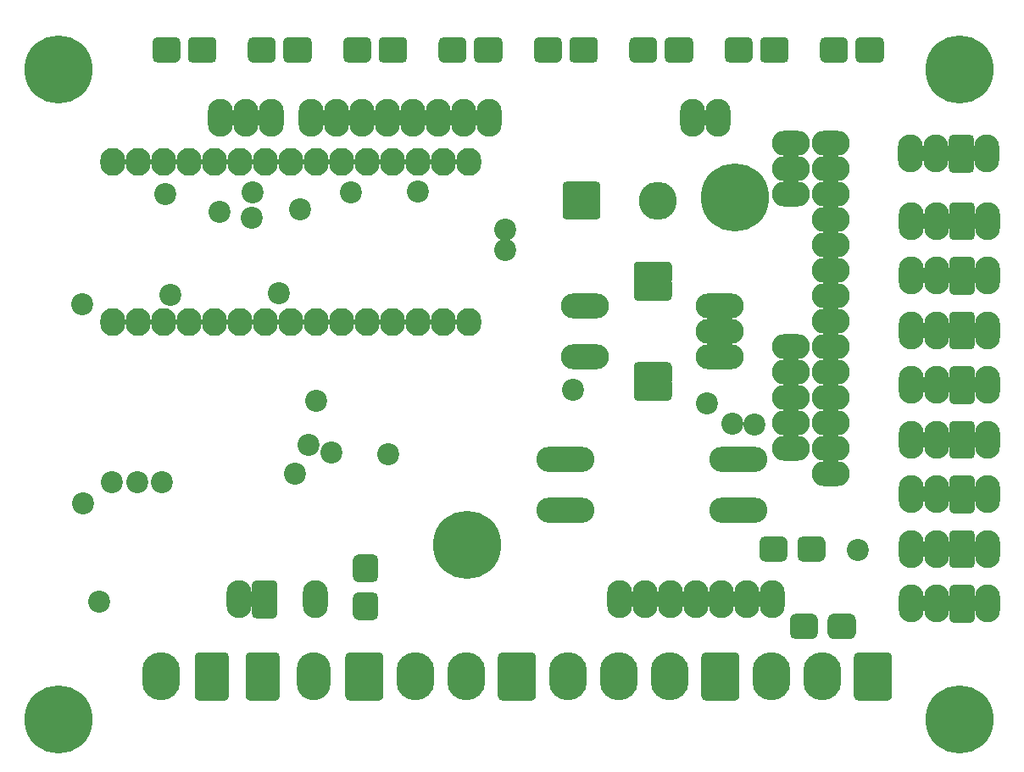
<source format=gbr>
%TF.GenerationSoftware,KiCad,Pcbnew,5.1.10*%
%TF.CreationDate,2021-09-04T21:06:35+02:00*%
%TF.ProjectId,Termostato-Diferencial-Mega,5465726d-6f73-4746-9174-6f2d44696665,rev?*%
%TF.SameCoordinates,PX9048090PY5896390*%
%TF.FileFunction,Soldermask,Top*%
%TF.FilePolarity,Negative*%
%FSLAX46Y46*%
G04 Gerber Fmt 4.6, Leading zero omitted, Abs format (unit mm)*
G04 Created by KiCad (PCBNEW 5.1.10) date 2021-09-04 21:06:35*
%MOMM*%
%LPD*%
G01*
G04 APERTURE LIST*
%ADD10O,2.500000X3.800000*%
%ADD11O,4.800000X2.500000*%
%ADD12O,3.800000X2.500000*%
%ADD13O,2.500000X2.800000*%
%ADD14C,6.800000*%
%ADD15O,3.800000X3.800000*%
%ADD16O,3.800000X4.800000*%
%ADD17O,3.400000X4.800000*%
%ADD18O,5.800000X2.527200*%
%ADD19C,2.200000*%
G04 APERTURE END LIST*
D10*
%TO.C,RELE-3-4*%
X40186400Y-15458900D03*
X42726400Y-15458900D03*
G36*
G01*
X46116400Y-17358900D02*
X44416400Y-17358900D01*
G75*
G02*
X44016400Y-16958900I0J400000D01*
G01*
X44016400Y-13958900D01*
G75*
G02*
X44416400Y-13558900I400000J0D01*
G01*
X46116400Y-13558900D01*
G75*
G02*
X46516400Y-13958900I0J-400000D01*
G01*
X46516400Y-16958900D01*
G75*
G02*
X46116400Y-17358900I-400000J0D01*
G01*
G37*
X47806400Y-15458900D03*
%TD*%
%TO.C,RELE-1-2*%
X40186400Y-20919900D03*
X42726400Y-20919900D03*
G36*
G01*
X46116400Y-22819900D02*
X44416400Y-22819900D01*
G75*
G02*
X44016400Y-22419900I0J400000D01*
G01*
X44016400Y-19419900D01*
G75*
G02*
X44416400Y-19019900I400000J0D01*
G01*
X46116400Y-19019900D01*
G75*
G02*
X46516400Y-19419900I0J-400000D01*
G01*
X46516400Y-22419900D01*
G75*
G02*
X46116400Y-22819900I-400000J0D01*
G01*
G37*
X47806400Y-20919900D03*
%TD*%
%TO.C,PINS5*%
X-2008800Y27603500D03*
X-4548800Y27603500D03*
X-7088800Y27603500D03*
X-9628800Y27603500D03*
X-12168800Y27603500D03*
X-14708800Y27603500D03*
X-17248800Y27603500D03*
X-19788800Y27603500D03*
%TD*%
%TO.C,RELE-5-6*%
X40186400Y-9997900D03*
X42726400Y-9997900D03*
G36*
G01*
X46116400Y-11897900D02*
X44416400Y-11897900D01*
G75*
G02*
X44016400Y-11497900I0J400000D01*
G01*
X44016400Y-8497900D01*
G75*
G02*
X44416400Y-8097900I400000J0D01*
G01*
X46116400Y-8097900D01*
G75*
G02*
X46516400Y-8497900I0J-400000D01*
G01*
X46516400Y-11497900D01*
G75*
G02*
X46116400Y-11897900I-400000J0D01*
G01*
G37*
X47806400Y-9997900D03*
%TD*%
D11*
%TO.C,SW1*%
X21036000Y3750100D03*
X21026000Y6300100D03*
X21026000Y8840100D03*
X7596000Y8840100D03*
X7596000Y3750100D03*
G36*
G01*
X16276000Y1250100D02*
X16276000Y-249900D01*
G75*
G02*
X15876000Y-649900I-400000J0D01*
G01*
X12876000Y-649900D01*
G75*
G02*
X12476000Y-249900I0J400000D01*
G01*
X12476000Y1250100D01*
G75*
G02*
X12876000Y1650100I400000J0D01*
G01*
X15876000Y1650100D01*
G75*
G02*
X16276000Y1250100I0J-400000D01*
G01*
G37*
G36*
G01*
X16276000Y12870100D02*
X16276000Y11370100D01*
G75*
G02*
X15876000Y10970100I-400000J0D01*
G01*
X12876000Y10970100D01*
G75*
G02*
X12476000Y11370100I0J400000D01*
G01*
X12476000Y12870100D01*
G75*
G02*
X12876000Y13270100I400000J0D01*
G01*
X15876000Y13270100D01*
G75*
G02*
X16276000Y12870100I0J-400000D01*
G01*
G37*
G36*
G01*
X16276000Y2830100D02*
X16276000Y1330100D01*
G75*
G02*
X15876000Y930100I-400000J0D01*
G01*
X12876000Y930100D01*
G75*
G02*
X12476000Y1330100I0J400000D01*
G01*
X12476000Y2830100D01*
G75*
G02*
X12876000Y3230100I400000J0D01*
G01*
X15876000Y3230100D01*
G75*
G02*
X16276000Y2830100I0J-400000D01*
G01*
G37*
G36*
G01*
X16276000Y11240100D02*
X16276000Y9740100D01*
G75*
G02*
X15876000Y9340100I-400000J0D01*
G01*
X12876000Y9340100D01*
G75*
G02*
X12476000Y9740100I0J400000D01*
G01*
X12476000Y11240100D01*
G75*
G02*
X12876000Y11640100I400000J0D01*
G01*
X15876000Y11640100D01*
G75*
G02*
X16276000Y11240100I0J-400000D01*
G01*
G37*
%TD*%
D10*
%TO.C,PINS3*%
X26291200Y-20481500D03*
X23751200Y-20481500D03*
X21211200Y-20481500D03*
X18671200Y-20481500D03*
X16131200Y-20481500D03*
X13591200Y-20481500D03*
X11051200Y-20481500D03*
%TD*%
%TO.C,PINS1*%
X-19308800Y-20481500D03*
G36*
G01*
X-25238800Y-18581500D02*
X-23538800Y-18581500D01*
G75*
G02*
X-23138800Y-18981500I0J-400000D01*
G01*
X-23138800Y-21981500D01*
G75*
G02*
X-23538800Y-22381500I-400000J0D01*
G01*
X-25238800Y-22381500D01*
G75*
G02*
X-25638800Y-21981500I0J400000D01*
G01*
X-25638800Y-18981500D01*
G75*
G02*
X-25238800Y-18581500I400000J0D01*
G01*
G37*
X-26928800Y-20481500D03*
%TD*%
%TO.C,RELE-7-8*%
X40186400Y-4536900D03*
X42726400Y-4536900D03*
G36*
G01*
X46116400Y-6436900D02*
X44416400Y-6436900D01*
G75*
G02*
X44016400Y-6036900I0J400000D01*
G01*
X44016400Y-3036900D01*
G75*
G02*
X44416400Y-2636900I400000J0D01*
G01*
X46116400Y-2636900D01*
G75*
G02*
X46516400Y-3036900I0J-400000D01*
G01*
X46516400Y-6036900D01*
G75*
G02*
X46116400Y-6436900I-400000J0D01*
G01*
G37*
X47806400Y-4536900D03*
%TD*%
%TO.C,RELE-9-10*%
X40186400Y924100D03*
X42726400Y924100D03*
G36*
G01*
X46116400Y-975900D02*
X44416400Y-975900D01*
G75*
G02*
X44016400Y-575900I0J400000D01*
G01*
X44016400Y2424100D01*
G75*
G02*
X44416400Y2824100I400000J0D01*
G01*
X46116400Y2824100D01*
G75*
G02*
X46516400Y2424100I0J-400000D01*
G01*
X46516400Y-575900D01*
G75*
G02*
X46116400Y-975900I-400000J0D01*
G01*
G37*
X47806400Y924100D03*
%TD*%
%TO.C,PANTALLA1*%
X47745400Y24037100D03*
G36*
G01*
X44355400Y25937100D02*
X46055400Y25937100D01*
G75*
G02*
X46455400Y25537100I0J-400000D01*
G01*
X46455400Y22537100D01*
G75*
G02*
X46055400Y22137100I-400000J0D01*
G01*
X44355400Y22137100D01*
G75*
G02*
X43955400Y22537100I0J400000D01*
G01*
X43955400Y25537100D01*
G75*
G02*
X44355400Y25937100I400000J0D01*
G01*
G37*
X42665400Y24037100D03*
X40125400Y24037100D03*
%TD*%
%TO.C,RELE-15-16*%
X40186400Y17307100D03*
X42726400Y17307100D03*
G36*
G01*
X46116400Y15407100D02*
X44416400Y15407100D01*
G75*
G02*
X44016400Y15807100I0J400000D01*
G01*
X44016400Y18807100D01*
G75*
G02*
X44416400Y19207100I400000J0D01*
G01*
X46116400Y19207100D01*
G75*
G02*
X46516400Y18807100I0J-400000D01*
G01*
X46516400Y15807100D01*
G75*
G02*
X46116400Y15407100I-400000J0D01*
G01*
G37*
X47806400Y17307100D03*
%TD*%
%TO.C,RELE-13-14*%
X40186400Y11846100D03*
X42726400Y11846100D03*
G36*
G01*
X46116400Y9946100D02*
X44416400Y9946100D01*
G75*
G02*
X44016400Y10346100I0J400000D01*
G01*
X44016400Y13346100D01*
G75*
G02*
X44416400Y13746100I400000J0D01*
G01*
X46116400Y13746100D01*
G75*
G02*
X46516400Y13346100I0J-400000D01*
G01*
X46516400Y10346100D01*
G75*
G02*
X46116400Y9946100I-400000J0D01*
G01*
G37*
X47806400Y11846100D03*
%TD*%
%TO.C,RELE-11-12*%
X40186400Y6385100D03*
X42726400Y6385100D03*
G36*
G01*
X46116400Y4485100D02*
X44416400Y4485100D01*
G75*
G02*
X44016400Y4885100I0J400000D01*
G01*
X44016400Y7885100D01*
G75*
G02*
X44416400Y8285100I400000J0D01*
G01*
X46116400Y8285100D01*
G75*
G02*
X46516400Y7885100I0J-400000D01*
G01*
X46516400Y4885100D01*
G75*
G02*
X46116400Y4485100I-400000J0D01*
G01*
G37*
X47806400Y6385100D03*
%TD*%
D12*
%TO.C,PIN10*%
X32110000Y-7910000D03*
X28170000Y-5370000D03*
X32110000Y-5370000D03*
X28170000Y-2830000D03*
X32110000Y-2830000D03*
X28170000Y-290000D03*
X32110000Y-290000D03*
X28170000Y2250000D03*
X32110000Y2250000D03*
X28170000Y4790000D03*
X32110000Y4790000D03*
X32110000Y7330000D03*
X32110000Y9870000D03*
X32110000Y12410000D03*
X32110000Y14950000D03*
X32110000Y17490000D03*
X32110000Y20030000D03*
X28170000Y22570000D03*
X32110000Y22570000D03*
X28170000Y25110000D03*
X32110000Y25110000D03*
X28170000Y20030000D03*
%TD*%
D10*
%TO.C,PINS6*%
X20861200Y27603500D03*
X18321200Y27603500D03*
%TD*%
D13*
%TO.C,P2*%
X-3978800Y7240500D03*
X-6518800Y7240500D03*
X-9058800Y7240500D03*
X-11598800Y7240500D03*
X-14138800Y7240500D03*
X-16678800Y7240500D03*
X-19218800Y7240500D03*
X-21758800Y7240500D03*
X-24298800Y7240500D03*
X-26838800Y7240500D03*
X-29378800Y7240500D03*
X-31918800Y7240500D03*
X-34458800Y7240500D03*
X-36998800Y7240500D03*
X-39538800Y7240500D03*
%TD*%
%TO.C,P1*%
X-3978800Y23242500D03*
X-6518800Y23242500D03*
X-9058800Y23242500D03*
X-11598800Y23242500D03*
X-14138800Y23242500D03*
X-16678800Y23242500D03*
X-19218800Y23242500D03*
X-21758800Y23242500D03*
X-24298800Y23242500D03*
X-26838800Y23242500D03*
X-29378800Y23242500D03*
X-31918800Y23242500D03*
X-34458800Y23242500D03*
X-36998800Y23242500D03*
X-39538800Y23242500D03*
%TD*%
D10*
%TO.C,PINS4*%
X-23718800Y27608500D03*
X-26258800Y27608500D03*
X-28798800Y27608500D03*
%TD*%
%TO.C,D2*%
G36*
G01*
X-23268600Y35182900D02*
X-23268600Y33652900D01*
G75*
G02*
X-23778600Y33142900I-510000J0D01*
G01*
X-25558600Y33142900D01*
G75*
G02*
X-26068600Y33652900I0J510000D01*
G01*
X-26068600Y35182900D01*
G75*
G02*
X-25558600Y35692900I510000J0D01*
G01*
X-23778600Y35692900D01*
G75*
G02*
X-23268600Y35182900I0J-510000D01*
G01*
G37*
G36*
G01*
X-19708600Y35292900D02*
X-19708600Y33542900D01*
G75*
G02*
X-20108600Y33142900I-400000J0D01*
G01*
X-22108600Y33142900D01*
G75*
G02*
X-22508600Y33542900I0J400000D01*
G01*
X-22508600Y35292900D01*
G75*
G02*
X-22108600Y35692900I400000J0D01*
G01*
X-20108600Y35692900D01*
G75*
G02*
X-19708600Y35292900I0J-400000D01*
G01*
G37*
%TD*%
D14*
%TO.C,TORNILLO-1*%
X-44987200Y32490400D03*
%TD*%
%TO.C,SP1*%
G36*
G01*
X9162000Y20867000D02*
X9162000Y17867000D01*
G75*
G02*
X8762000Y17467000I-400000J0D01*
G01*
X5762000Y17467000D01*
G75*
G02*
X5362000Y17867000I0J400000D01*
G01*
X5362000Y20867000D01*
G75*
G02*
X5762000Y21267000I400000J0D01*
G01*
X8762000Y21267000D01*
G75*
G02*
X9162000Y20867000I0J-400000D01*
G01*
G37*
D15*
X14862000Y19367000D03*
%TD*%
D16*
%TO.C,J1*%
X-34747600Y-28185500D03*
G36*
G01*
X-27967600Y-26185500D02*
X-27967600Y-30185500D01*
G75*
G02*
X-28367600Y-30585500I-400000J0D01*
G01*
X-30967600Y-30585500D01*
G75*
G02*
X-31367600Y-30185500I0J400000D01*
G01*
X-31367600Y-26185500D01*
G75*
G02*
X-30967600Y-25785500I400000J0D01*
G01*
X-28367600Y-25785500D01*
G75*
G02*
X-27967600Y-26185500I0J-400000D01*
G01*
G37*
G36*
G01*
X-22887600Y-26185500D02*
X-22887600Y-30185500D01*
G75*
G02*
X-23287600Y-30585500I-400000J0D01*
G01*
X-25887600Y-30585500D01*
G75*
G02*
X-26287600Y-30185500I0J400000D01*
G01*
X-26287600Y-26185500D01*
G75*
G02*
X-25887600Y-25785500I400000J0D01*
G01*
X-23287600Y-25785500D01*
G75*
G02*
X-22887600Y-26185500I0J-400000D01*
G01*
G37*
D17*
X-19507600Y-28185500D03*
G36*
G01*
X-12527600Y-26185500D02*
X-12527600Y-30185500D01*
G75*
G02*
X-12927600Y-30585500I-400000J0D01*
G01*
X-15927600Y-30585500D01*
G75*
G02*
X-16327600Y-30185500I0J400000D01*
G01*
X-16327600Y-26185500D01*
G75*
G02*
X-15927600Y-25785500I400000J0D01*
G01*
X-12927600Y-25785500D01*
G75*
G02*
X-12527600Y-26185500I0J-400000D01*
G01*
G37*
D16*
X-9347600Y-28185500D03*
X-4267600Y-28185500D03*
G36*
G01*
X2712400Y-26185500D02*
X2712400Y-30185500D01*
G75*
G02*
X2312400Y-30585500I-400000J0D01*
G01*
X-687600Y-30585500D01*
G75*
G02*
X-1087600Y-30185500I0J400000D01*
G01*
X-1087600Y-26185500D01*
G75*
G02*
X-687600Y-25785500I400000J0D01*
G01*
X2312400Y-25785500D01*
G75*
G02*
X2712400Y-26185500I0J-400000D01*
G01*
G37*
X5892400Y-28185500D03*
X10972400Y-28185500D03*
X16052400Y-28185500D03*
G36*
G01*
X23032400Y-26185500D02*
X23032400Y-30185500D01*
G75*
G02*
X22632400Y-30585500I-400000J0D01*
G01*
X19632400Y-30585500D01*
G75*
G02*
X19232400Y-30185500I0J400000D01*
G01*
X19232400Y-26185500D01*
G75*
G02*
X19632400Y-25785500I400000J0D01*
G01*
X22632400Y-25785500D01*
G75*
G02*
X23032400Y-26185500I0J-400000D01*
G01*
G37*
X26212400Y-28185500D03*
X31292400Y-28185500D03*
G36*
G01*
X38272400Y-26185500D02*
X38272400Y-30185500D01*
G75*
G02*
X37872400Y-30585500I-400000J0D01*
G01*
X34872400Y-30585500D01*
G75*
G02*
X34472400Y-30185500I0J400000D01*
G01*
X34472400Y-26185500D01*
G75*
G02*
X34872400Y-25785500I400000J0D01*
G01*
X37872400Y-25785500D01*
G75*
G02*
X38272400Y-26185500I0J-400000D01*
G01*
G37*
%TD*%
D14*
%TO.C,TORNILLO-5*%
X-44987200Y-32490400D03*
%TD*%
%TO.C,TORNILLO-6*%
X44987200Y-32490400D03*
%TD*%
%TO.C,TORNILLO-4*%
X-4166000Y-15052400D03*
%TD*%
%TO.C,TORNILLO-2*%
X44987200Y32490400D03*
%TD*%
%TO.C,TORNILLO-3*%
X22549000Y19675000D03*
%TD*%
D18*
%TO.C,SW2*%
X22926000Y-6480000D03*
X22926000Y-11560000D03*
X5654000Y-6480000D03*
X5654000Y-11560000D03*
%TD*%
%TO.C,D5*%
G36*
G01*
X5306400Y35182900D02*
X5306400Y33652900D01*
G75*
G02*
X4796400Y33142900I-510000J0D01*
G01*
X3016400Y33142900D01*
G75*
G02*
X2506400Y33652900I0J510000D01*
G01*
X2506400Y35182900D01*
G75*
G02*
X3016400Y35692900I510000J0D01*
G01*
X4796400Y35692900D01*
G75*
G02*
X5306400Y35182900I0J-510000D01*
G01*
G37*
G36*
G01*
X8866400Y35292900D02*
X8866400Y33542900D01*
G75*
G02*
X8466400Y33142900I-400000J0D01*
G01*
X6466400Y33142900D01*
G75*
G02*
X6066400Y33542900I0J400000D01*
G01*
X6066400Y35292900D01*
G75*
G02*
X6466400Y35692900I400000J0D01*
G01*
X8466400Y35692900D01*
G75*
G02*
X8866400Y35292900I0J-400000D01*
G01*
G37*
%TD*%
%TO.C,RS1*%
G36*
G01*
X-13601100Y-18777500D02*
X-15018900Y-18777500D01*
G75*
G02*
X-15585000Y-18211400I0J566100D01*
G01*
X-15585000Y-16543600D01*
G75*
G02*
X-15018900Y-15977500I566100J0D01*
G01*
X-13601100Y-15977500D01*
G75*
G02*
X-13035000Y-16543600I0J-566100D01*
G01*
X-13035000Y-18211400D01*
G75*
G02*
X-13601100Y-18777500I-566100J0D01*
G01*
G37*
G36*
G01*
X-13601100Y-22562500D02*
X-15018900Y-22562500D01*
G75*
G02*
X-15585000Y-21996400I0J566100D01*
G01*
X-15585000Y-20328600D01*
G75*
G02*
X-15018900Y-19762500I566100J0D01*
G01*
X-13601100Y-19762500D01*
G75*
G02*
X-13035000Y-20328600I0J-566100D01*
G01*
X-13035000Y-21996400D01*
G75*
G02*
X-13601100Y-22562500I-566100J0D01*
G01*
G37*
%TD*%
%TO.C,RKB1*%
G36*
G01*
X28812500Y-16158900D02*
X28812500Y-14741100D01*
G75*
G02*
X29378600Y-14175000I566100J0D01*
G01*
X31046400Y-14175000D01*
G75*
G02*
X31612500Y-14741100I0J-566100D01*
G01*
X31612500Y-16158900D01*
G75*
G02*
X31046400Y-16725000I-566100J0D01*
G01*
X29378600Y-16725000D01*
G75*
G02*
X28812500Y-16158900I0J566100D01*
G01*
G37*
G36*
G01*
X25027500Y-16158900D02*
X25027500Y-14741100D01*
G75*
G02*
X25593600Y-14175000I566100J0D01*
G01*
X27261400Y-14175000D01*
G75*
G02*
X27827500Y-14741100I0J-566100D01*
G01*
X27827500Y-16158900D01*
G75*
G02*
X27261400Y-16725000I-566100J0D01*
G01*
X25593600Y-16725000D01*
G75*
G02*
X25027500Y-16158900I0J566100D01*
G01*
G37*
%TD*%
%TO.C,D8*%
G36*
G01*
X33881400Y35182900D02*
X33881400Y33652900D01*
G75*
G02*
X33371400Y33142900I-510000J0D01*
G01*
X31591400Y33142900D01*
G75*
G02*
X31081400Y33652900I0J510000D01*
G01*
X31081400Y35182900D01*
G75*
G02*
X31591400Y35692900I510000J0D01*
G01*
X33371400Y35692900D01*
G75*
G02*
X33881400Y35182900I0J-510000D01*
G01*
G37*
G36*
G01*
X37441400Y35292900D02*
X37441400Y33542900D01*
G75*
G02*
X37041400Y33142900I-400000J0D01*
G01*
X35041400Y33142900D01*
G75*
G02*
X34641400Y33542900I0J400000D01*
G01*
X34641400Y35292900D01*
G75*
G02*
X35041400Y35692900I400000J0D01*
G01*
X37041400Y35692900D01*
G75*
G02*
X37441400Y35292900I0J-400000D01*
G01*
G37*
%TD*%
%TO.C,D7*%
G36*
G01*
X24356400Y35182900D02*
X24356400Y33652900D01*
G75*
G02*
X23846400Y33142900I-510000J0D01*
G01*
X22066400Y33142900D01*
G75*
G02*
X21556400Y33652900I0J510000D01*
G01*
X21556400Y35182900D01*
G75*
G02*
X22066400Y35692900I510000J0D01*
G01*
X23846400Y35692900D01*
G75*
G02*
X24356400Y35182900I0J-510000D01*
G01*
G37*
G36*
G01*
X27916400Y35292900D02*
X27916400Y33542900D01*
G75*
G02*
X27516400Y33142900I-400000J0D01*
G01*
X25516400Y33142900D01*
G75*
G02*
X25116400Y33542900I0J400000D01*
G01*
X25116400Y35292900D01*
G75*
G02*
X25516400Y35692900I400000J0D01*
G01*
X27516400Y35692900D01*
G75*
G02*
X27916400Y35292900I0J-400000D01*
G01*
G37*
%TD*%
%TO.C,D6*%
G36*
G01*
X14831400Y35182900D02*
X14831400Y33652900D01*
G75*
G02*
X14321400Y33142900I-510000J0D01*
G01*
X12541400Y33142900D01*
G75*
G02*
X12031400Y33652900I0J510000D01*
G01*
X12031400Y35182900D01*
G75*
G02*
X12541400Y35692900I510000J0D01*
G01*
X14321400Y35692900D01*
G75*
G02*
X14831400Y35182900I0J-510000D01*
G01*
G37*
G36*
G01*
X18391400Y35292900D02*
X18391400Y33542900D01*
G75*
G02*
X17991400Y33142900I-400000J0D01*
G01*
X15991400Y33142900D01*
G75*
G02*
X15591400Y33542900I0J400000D01*
G01*
X15591400Y35292900D01*
G75*
G02*
X15991400Y35692900I400000J0D01*
G01*
X17991400Y35692900D01*
G75*
G02*
X18391400Y35292900I0J-400000D01*
G01*
G37*
%TD*%
%TO.C,D4*%
G36*
G01*
X-4218600Y35182900D02*
X-4218600Y33652900D01*
G75*
G02*
X-4728600Y33142900I-510000J0D01*
G01*
X-6508600Y33142900D01*
G75*
G02*
X-7018600Y33652900I0J510000D01*
G01*
X-7018600Y35182900D01*
G75*
G02*
X-6508600Y35692900I510000J0D01*
G01*
X-4728600Y35692900D01*
G75*
G02*
X-4218600Y35182900I0J-510000D01*
G01*
G37*
G36*
G01*
X-658600Y35292900D02*
X-658600Y33542900D01*
G75*
G02*
X-1058600Y33142900I-400000J0D01*
G01*
X-3058600Y33142900D01*
G75*
G02*
X-3458600Y33542900I0J400000D01*
G01*
X-3458600Y35292900D01*
G75*
G02*
X-3058600Y35692900I400000J0D01*
G01*
X-1058600Y35692900D01*
G75*
G02*
X-658600Y35292900I0J-400000D01*
G01*
G37*
%TD*%
%TO.C,D3*%
G36*
G01*
X-13743600Y35182900D02*
X-13743600Y33652900D01*
G75*
G02*
X-14253600Y33142900I-510000J0D01*
G01*
X-16033600Y33142900D01*
G75*
G02*
X-16543600Y33652900I0J510000D01*
G01*
X-16543600Y35182900D01*
G75*
G02*
X-16033600Y35692900I510000J0D01*
G01*
X-14253600Y35692900D01*
G75*
G02*
X-13743600Y35182900I0J-510000D01*
G01*
G37*
G36*
G01*
X-10183600Y35292900D02*
X-10183600Y33542900D01*
G75*
G02*
X-10583600Y33142900I-400000J0D01*
G01*
X-12583600Y33142900D01*
G75*
G02*
X-12983600Y33542900I0J400000D01*
G01*
X-12983600Y35292900D01*
G75*
G02*
X-12583600Y35692900I400000J0D01*
G01*
X-10583600Y35692900D01*
G75*
G02*
X-10183600Y35292900I0J-400000D01*
G01*
G37*
%TD*%
%TO.C,D1*%
G36*
G01*
X-32793500Y35182900D02*
X-32793500Y33652900D01*
G75*
G02*
X-33303500Y33142900I-510000J0D01*
G01*
X-35083500Y33142900D01*
G75*
G02*
X-35593500Y33652900I0J510000D01*
G01*
X-35593500Y35182900D01*
G75*
G02*
X-35083500Y35692900I510000J0D01*
G01*
X-33303500Y35692900D01*
G75*
G02*
X-32793500Y35182900I0J-510000D01*
G01*
G37*
G36*
G01*
X-29233500Y35292900D02*
X-29233500Y33542900D01*
G75*
G02*
X-29633500Y33142900I-400000J0D01*
G01*
X-31633500Y33142900D01*
G75*
G02*
X-32033500Y33542900I0J400000D01*
G01*
X-32033500Y35292900D01*
G75*
G02*
X-31633500Y35692900I400000J0D01*
G01*
X-29633500Y35692900D01*
G75*
G02*
X-29233500Y35292900I0J-400000D01*
G01*
G37*
%TD*%
%TO.C,RAE1*%
G36*
G01*
X34650500Y-22474100D02*
X34650500Y-23891900D01*
G75*
G02*
X34084400Y-24458000I-566100J0D01*
G01*
X32416600Y-24458000D01*
G75*
G02*
X31850500Y-23891900I0J566100D01*
G01*
X31850500Y-22474100D01*
G75*
G02*
X32416600Y-21908000I566100J0D01*
G01*
X34084400Y-21908000D01*
G75*
G02*
X34650500Y-22474100I0J-566100D01*
G01*
G37*
G36*
G01*
X30865500Y-22474100D02*
X30865500Y-23891900D01*
G75*
G02*
X30299400Y-24458000I-566100J0D01*
G01*
X28631600Y-24458000D01*
G75*
G02*
X28065500Y-23891900I0J566100D01*
G01*
X28065500Y-22474100D01*
G75*
G02*
X28631600Y-21908000I566100J0D01*
G01*
X30299400Y-21908000D01*
G75*
G02*
X30865500Y-22474100I0J-566100D01*
G01*
G37*
%TD*%
D19*
X24540000Y-3040000D03*
X-39624000Y-8736600D03*
X-21349000Y-7967000D03*
X-40891000Y-20742000D03*
X-12030000Y-6020000D03*
X-25640000Y17630000D03*
X-384000Y14460000D03*
X-42487000Y-10919000D03*
X34870000Y-15530000D03*
X-28870000Y18270000D03*
X-19260000Y-650000D03*
X-384000Y16420000D03*
X-22930000Y10120000D03*
X-25562800Y20220000D03*
X-15740000Y20220000D03*
X-34340000Y19990000D03*
X-20850000Y18490000D03*
X-33780000Y9920000D03*
X-9060000Y20310000D03*
X19810000Y-900000D03*
X6420000Y420000D03*
X22330000Y-2960000D03*
X-42600000Y8990000D03*
X-37086000Y-8747000D03*
X-17710000Y-5786000D03*
X-20040000Y-5010000D03*
X-34650000Y-8758000D03*
M02*

</source>
